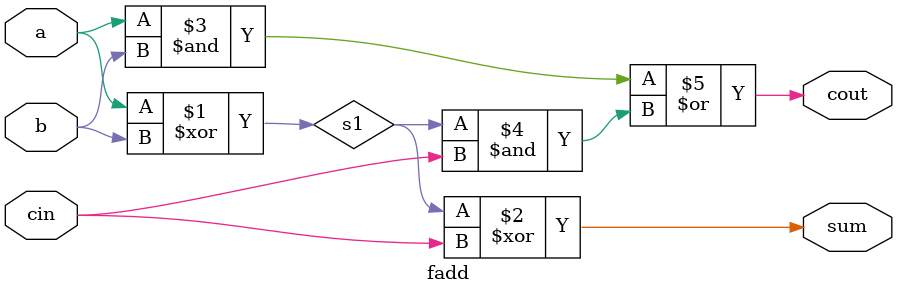
<source format=v>
module top_module (
    input [7:0] a,
    input [7:0] b,
    output [7:0] s,
    output overflow
); //
 
  wire [7:0] carry;

  fadd a0(.a(a[0]), .b(b[0]), .cin(0), .cout(carry[0]), .sum(s[0]));

  genvar i;
  generate
    for (i = 1; i < 8; i = i + 1) begin:adder
      fadd ai(
        .a(a[i]),
        .b(b[i]),
        .cin(carry[i - 1]),
        .cout(carry[i]),
        .sum(s[i]));
    end
  endgenerate

  assign overflow = carry[7] ^ carry[6];

endmodule

module fadd( 
    input a, b, cin,
    output cout, sum );
  
  wire s1 = a ^ b;
  assign sum = s1 ^ cin;
  assign cout = (a & b) | (s1 & cin);
endmodule


</source>
